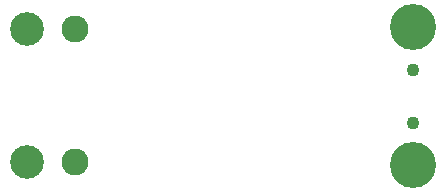
<source format=gbr>
%TF.GenerationSoftware,KiCad,Pcbnew,7.0.2*%
%TF.CreationDate,2024-06-22T12:15:53+01:00*%
%TF.ProjectId,USB HID,55534220-4849-4442-9e6b-696361645f70,rev?*%
%TF.SameCoordinates,Original*%
%TF.FileFunction,Soldermask,Bot*%
%TF.FilePolarity,Negative*%
%FSLAX46Y46*%
G04 Gerber Fmt 4.6, Leading zero omitted, Abs format (unit mm)*
G04 Created by KiCad (PCBNEW 7.0.2) date 2024-06-22 12:15:53*
%MOMM*%
%LPD*%
G01*
G04 APERTURE LIST*
%ADD10C,3.900000*%
%ADD11C,1.100000*%
%ADD12C,2.280000*%
%ADD13C,2.850000*%
G04 APERTURE END LIST*
D10*
%TO.C,J3*%
X144526000Y-68961000D03*
X144526000Y-80661000D03*
D11*
X144526000Y-72561000D03*
X144526000Y-77061000D03*
%TD*%
D12*
%TO.C,J2*%
X115887000Y-69147000D03*
X115887000Y-80387000D03*
D13*
X111887000Y-69147000D03*
X111887000Y-80387000D03*
%TD*%
M02*

</source>
